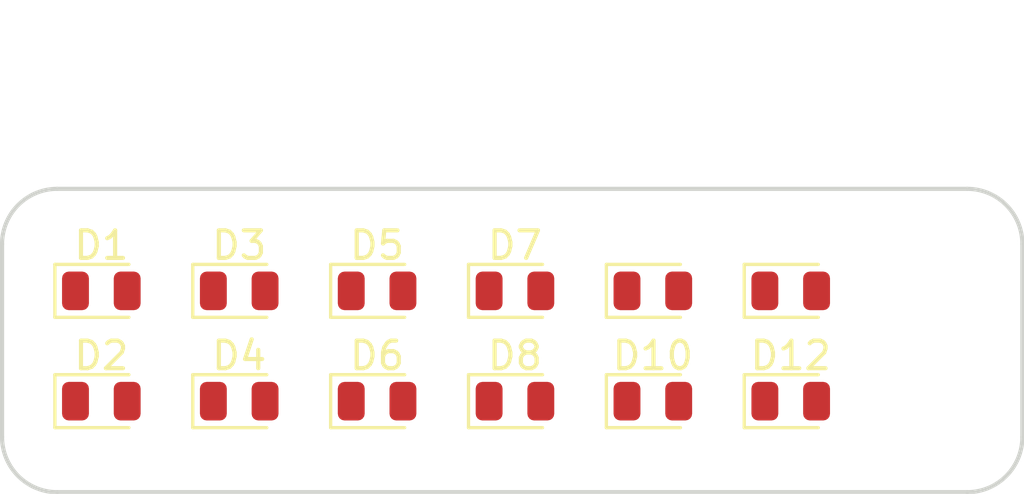
<source format=kicad_pcb>
(kicad_pcb (version 20171130) (host pcbnew "(5.0.0)")

  (general
    (thickness 1.6)
    (drawings 8)
    (tracks 0)
    (zones 0)
    (modules 12)
    (nets 5)
  )

  (page A4)
  (layers
    (0 F.Cu signal)
    (31 B.Cu signal)
    (32 B.Adhes user hide)
    (33 F.Adhes user hide)
    (34 B.Paste user hide)
    (35 F.Paste user hide)
    (36 B.SilkS user)
    (37 F.SilkS user)
    (38 B.Mask user)
    (39 F.Mask user)
    (40 Dwgs.User user)
    (41 Cmts.User user)
    (42 Eco1.User user)
    (43 Eco2.User user)
    (44 Edge.Cuts user)
    (45 Margin user)
    (46 B.CrtYd user)
    (47 F.CrtYd user)
    (48 B.Fab user)
    (49 F.Fab user)
  )

  (setup
    (last_trace_width 0.25)
    (trace_clearance 0.2)
    (zone_clearance 0.508)
    (zone_45_only no)
    (trace_min 0.2)
    (segment_width 0.2)
    (edge_width 0.15)
    (via_size 0.8)
    (via_drill 0.4)
    (via_min_size 0.4)
    (via_min_drill 0.3)
    (uvia_size 0.3)
    (uvia_drill 0.1)
    (uvias_allowed no)
    (uvia_min_size 0.2)
    (uvia_min_drill 0.1)
    (pcb_text_width 0.3)
    (pcb_text_size 1.5 1.5)
    (mod_edge_width 0.15)
    (mod_text_size 1 1)
    (mod_text_width 0.15)
    (pad_size 1.524 1.524)
    (pad_drill 0.762)
    (pad_to_mask_clearance 0.2)
    (aux_axis_origin 0 0)
    (grid_origin 152.4 110.3)
    (visible_elements 7FFFFFFF)
    (pcbplotparams
      (layerselection 0x010fc_ffffffff)
      (usegerberextensions false)
      (usegerberattributes false)
      (usegerberadvancedattributes false)
      (creategerberjobfile false)
      (excludeedgelayer true)
      (linewidth 0.100000)
      (plotframeref false)
      (viasonmask false)
      (mode 1)
      (useauxorigin false)
      (hpglpennumber 1)
      (hpglpenspeed 20)
      (hpglpendiameter 15.000000)
      (psnegative false)
      (psa4output false)
      (plotreference true)
      (plotvalue true)
      (plotinvisibletext false)
      (padsonsilk false)
      (subtractmaskfromsilk false)
      (outputformat 1)
      (mirror false)
      (drillshape 1)
      (scaleselection 1)
      (outputdirectory ""))
  )

  (net 0 "")
  (net 1 /IO1)
  (net 2 /IO2)
  (net 3 /IO3)
  (net 4 /IO4)

  (net_class Default "This is the default net class."
    (clearance 0.2)
    (trace_width 0.25)
    (via_dia 0.8)
    (via_drill 0.4)
    (uvia_dia 0.3)
    (uvia_drill 0.1)
    (add_net /IO1)
    (add_net /IO2)
    (add_net /IO3)
    (add_net /IO4)
  )

  (module LED_SMD:LED_0805_2012Metric (layer F.Cu) (tedit 5B5CEF9E) (tstamp 5B6931BE)
    (at 176 103)
    (descr "LED SMD 0805 (2012 Metric), square (rectangular) end terminal, IPC_7351 nominal, (Body size source: https://docs.google.com/spreadsheets/d/1BsfQQcO9C6DZCsRaXUlFlo91Tg2WpOkGARC1WS5S8t0/edit?usp=sharing), generated with kicad-footprint-generator")
    (tags diode)
    (path /5B5D1796)
    (attr smd)
    (fp_text reference D9 (at 0 -1.65) (layer F.SilkS) hide
      (effects (font (size 1 1) (thickness 0.15)))
    )
    (fp_text value LED (at 0 -3.7) (layer F.Fab) hide
      (effects (font (size 1 1) (thickness 0.15)))
    )
    (fp_line (start 1 -0.6) (end -0.7 -0.6) (layer F.Fab) (width 0.1))
    (fp_line (start -0.7 -0.6) (end -1 -0.3) (layer F.Fab) (width 0.1))
    (fp_line (start -1 -0.3) (end -1 0.6) (layer F.Fab) (width 0.1))
    (fp_line (start -1 0.6) (end 1 0.6) (layer F.Fab) (width 0.1))
    (fp_line (start 1 0.6) (end 1 -0.6) (layer F.Fab) (width 0.1))
    (fp_line (start 1 -0.96) (end -1.685 -0.96) (layer F.SilkS) (width 0.12))
    (fp_line (start -1.685 -0.96) (end -1.685 0.96) (layer F.SilkS) (width 0.12))
    (fp_line (start -1.685 0.96) (end 1 0.96) (layer F.SilkS) (width 0.12))
    (fp_line (start -1.68 0.95) (end -1.68 -0.95) (layer F.CrtYd) (width 0.05))
    (fp_line (start -1.68 -0.95) (end 1.68 -0.95) (layer F.CrtYd) (width 0.05))
    (fp_line (start 1.68 -0.95) (end 1.68 0.95) (layer F.CrtYd) (width 0.05))
    (fp_line (start 1.68 0.95) (end -1.68 0.95) (layer F.CrtYd) (width 0.05))
    (fp_text user %R (at 0 0) (layer F.Fab)
      (effects (font (size 0.5 0.5) (thickness 0.08)))
    )
    (pad 1 smd roundrect (at -0.9375 0) (size 0.975 1.4) (layers F.Cu F.Paste F.Mask) (roundrect_rratio 0.25)
      (net 3 /IO3))
    (pad 2 smd roundrect (at 0.9375 0) (size 0.975 1.4) (layers F.Cu F.Paste F.Mask) (roundrect_rratio 0.25)
      (net 1 /IO1))
    (model ${KISYS3DMOD}/LED_SMD.3dshapes/LED_0805_2012Metric.wrl
      (at (xyz 0 0 0))
      (scale (xyz 1 1 1))
      (rotate (xyz 0 0 0))
    )
  )

  (module LED_SMD:LED_0805_2012Metric (layer F.Cu) (tedit 5B5CEE3B) (tstamp 5B6931D1)
    (at 176 107)
    (descr "LED SMD 0805 (2012 Metric), square (rectangular) end terminal, IPC_7351 nominal, (Body size source: https://docs.google.com/spreadsheets/d/1BsfQQcO9C6DZCsRaXUlFlo91Tg2WpOkGARC1WS5S8t0/edit?usp=sharing), generated with kicad-footprint-generator")
    (tags diode)
    (path /5B5D17EA)
    (attr smd)
    (fp_text reference D10 (at 0 -1.65) (layer F.SilkS)
      (effects (font (size 1 1) (thickness 0.15)))
    )
    (fp_text value LED (at 0 1.65) (layer F.Fab)
      (effects (font (size 1 1) (thickness 0.15)))
    )
    (fp_text user %R (at 0 0) (layer F.Fab)
      (effects (font (size 0.5 0.5) (thickness 0.08)))
    )
    (fp_line (start 1.68 0.95) (end -1.68 0.95) (layer F.CrtYd) (width 0.05))
    (fp_line (start 1.68 -0.95) (end 1.68 0.95) (layer F.CrtYd) (width 0.05))
    (fp_line (start -1.68 -0.95) (end 1.68 -0.95) (layer F.CrtYd) (width 0.05))
    (fp_line (start -1.68 0.95) (end -1.68 -0.95) (layer F.CrtYd) (width 0.05))
    (fp_line (start -1.685 0.96) (end 1 0.96) (layer F.SilkS) (width 0.12))
    (fp_line (start -1.685 -0.96) (end -1.685 0.96) (layer F.SilkS) (width 0.12))
    (fp_line (start 1 -0.96) (end -1.685 -0.96) (layer F.SilkS) (width 0.12))
    (fp_line (start 1 0.6) (end 1 -0.6) (layer F.Fab) (width 0.1))
    (fp_line (start -1 0.6) (end 1 0.6) (layer F.Fab) (width 0.1))
    (fp_line (start -1 -0.3) (end -1 0.6) (layer F.Fab) (width 0.1))
    (fp_line (start -0.7 -0.6) (end -1 -0.3) (layer F.Fab) (width 0.1))
    (fp_line (start 1 -0.6) (end -0.7 -0.6) (layer F.Fab) (width 0.1))
    (pad 2 smd roundrect (at 0.9375 0) (size 0.975 1.4) (layers F.Cu F.Paste F.Mask) (roundrect_rratio 0.25)
      (net 3 /IO3))
    (pad 1 smd roundrect (at -0.9375 0) (size 0.975 1.4) (layers F.Cu F.Paste F.Mask) (roundrect_rratio 0.25)
      (net 1 /IO1))
    (model ${KISYS3DMOD}/LED_SMD.3dshapes/LED_0805_2012Metric.wrl
      (at (xyz 0 0 0))
      (scale (xyz 1 1 1))
      (rotate (xyz 0 0 0))
    )
  )

  (module LED_SMD:LED_0805_2012Metric (layer F.Cu) (tedit 5B5CEFAD) (tstamp 5B6931E4)
    (at 181 103)
    (descr "LED SMD 0805 (2012 Metric), square (rectangular) end terminal, IPC_7351 nominal, (Body size source: https://docs.google.com/spreadsheets/d/1BsfQQcO9C6DZCsRaXUlFlo91Tg2WpOkGARC1WS5S8t0/edit?usp=sharing), generated with kicad-footprint-generator")
    (tags diode)
    (path /5B5D1820)
    (attr smd)
    (fp_text reference D11 (at 0 -1.65) (layer F.SilkS) hide
      (effects (font (size 1 1) (thickness 0.15)))
    )
    (fp_text value LED (at 0 1.65) (layer F.Fab)
      (effects (font (size 1 1) (thickness 0.15)))
    )
    (fp_line (start 1 -0.6) (end -0.7 -0.6) (layer F.Fab) (width 0.1))
    (fp_line (start -0.7 -0.6) (end -1 -0.3) (layer F.Fab) (width 0.1))
    (fp_line (start -1 -0.3) (end -1 0.6) (layer F.Fab) (width 0.1))
    (fp_line (start -1 0.6) (end 1 0.6) (layer F.Fab) (width 0.1))
    (fp_line (start 1 0.6) (end 1 -0.6) (layer F.Fab) (width 0.1))
    (fp_line (start 1 -0.96) (end -1.685 -0.96) (layer F.SilkS) (width 0.12))
    (fp_line (start -1.685 -0.96) (end -1.685 0.96) (layer F.SilkS) (width 0.12))
    (fp_line (start -1.685 0.96) (end 1 0.96) (layer F.SilkS) (width 0.12))
    (fp_line (start -1.68 0.95) (end -1.68 -0.95) (layer F.CrtYd) (width 0.05))
    (fp_line (start -1.68 -0.95) (end 1.68 -0.95) (layer F.CrtYd) (width 0.05))
    (fp_line (start 1.68 -0.95) (end 1.68 0.95) (layer F.CrtYd) (width 0.05))
    (fp_line (start 1.68 0.95) (end -1.68 0.95) (layer F.CrtYd) (width 0.05))
    (fp_text user %R (at 0 0) (layer F.Fab)
      (effects (font (size 0.5 0.5) (thickness 0.08)))
    )
    (pad 1 smd roundrect (at -0.9375 0) (size 0.975 1.4) (layers F.Cu F.Paste F.Mask) (roundrect_rratio 0.25)
      (net 4 /IO4))
    (pad 2 smd roundrect (at 0.9375 0) (size 0.975 1.4) (layers F.Cu F.Paste F.Mask) (roundrect_rratio 0.25)
      (net 1 /IO1))
    (model ${KISYS3DMOD}/LED_SMD.3dshapes/LED_0805_2012Metric.wrl
      (at (xyz 0 0 0))
      (scale (xyz 1 1 1))
      (rotate (xyz 0 0 0))
    )
  )

  (module LED_SMD:LED_0805_2012Metric (layer F.Cu) (tedit 5B36C52C) (tstamp 5B6931F7)
    (at 181 107)
    (descr "LED SMD 0805 (2012 Metric), square (rectangular) end terminal, IPC_7351 nominal, (Body size source: https://docs.google.com/spreadsheets/d/1BsfQQcO9C6DZCsRaXUlFlo91Tg2WpOkGARC1WS5S8t0/edit?usp=sharing), generated with kicad-footprint-generator")
    (tags diode)
    (path /5B5D185E)
    (attr smd)
    (fp_text reference D12 (at 0 -1.65) (layer F.SilkS)
      (effects (font (size 1 1) (thickness 0.15)))
    )
    (fp_text value LED (at 0 1.65) (layer F.Fab)
      (effects (font (size 1 1) (thickness 0.15)))
    )
    (fp_text user %R (at 0 0) (layer F.Fab)
      (effects (font (size 0.5 0.5) (thickness 0.08)))
    )
    (fp_line (start 1.68 0.95) (end -1.68 0.95) (layer F.CrtYd) (width 0.05))
    (fp_line (start 1.68 -0.95) (end 1.68 0.95) (layer F.CrtYd) (width 0.05))
    (fp_line (start -1.68 -0.95) (end 1.68 -0.95) (layer F.CrtYd) (width 0.05))
    (fp_line (start -1.68 0.95) (end -1.68 -0.95) (layer F.CrtYd) (width 0.05))
    (fp_line (start -1.685 0.96) (end 1 0.96) (layer F.SilkS) (width 0.12))
    (fp_line (start -1.685 -0.96) (end -1.685 0.96) (layer F.SilkS) (width 0.12))
    (fp_line (start 1 -0.96) (end -1.685 -0.96) (layer F.SilkS) (width 0.12))
    (fp_line (start 1 0.6) (end 1 -0.6) (layer F.Fab) (width 0.1))
    (fp_line (start -1 0.6) (end 1 0.6) (layer F.Fab) (width 0.1))
    (fp_line (start -1 -0.3) (end -1 0.6) (layer F.Fab) (width 0.1))
    (fp_line (start -0.7 -0.6) (end -1 -0.3) (layer F.Fab) (width 0.1))
    (fp_line (start 1 -0.6) (end -0.7 -0.6) (layer F.Fab) (width 0.1))
    (pad 2 smd roundrect (at 0.9375 0) (size 0.975 1.4) (layers F.Cu F.Paste F.Mask) (roundrect_rratio 0.25)
      (net 4 /IO4))
    (pad 1 smd roundrect (at -0.9375 0) (size 0.975 1.4) (layers F.Cu F.Paste F.Mask) (roundrect_rratio 0.25)
      (net 1 /IO1))
    (model ${KISYS3DMOD}/LED_SMD.3dshapes/LED_0805_2012Metric.wrl
      (at (xyz 0 0 0))
      (scale (xyz 1 1 1))
      (rotate (xyz 0 0 0))
    )
  )

  (module LED_SMD:LED_0805_2012Metric (layer F.Cu) (tedit 5B36C52C) (tstamp 5B693318)
    (at 156 103)
    (descr "LED SMD 0805 (2012 Metric), square (rectangular) end terminal, IPC_7351 nominal, (Body size source: https://docs.google.com/spreadsheets/d/1BsfQQcO9C6DZCsRaXUlFlo91Tg2WpOkGARC1WS5S8t0/edit?usp=sharing), generated with kicad-footprint-generator")
    (tags diode)
    (path /5B5CE474)
    (attr smd)
    (fp_text reference D1 (at 0 -1.65) (layer F.SilkS)
      (effects (font (size 1 1) (thickness 0.15)))
    )
    (fp_text value LED (at 0 1.65) (layer F.Fab)
      (effects (font (size 1 1) (thickness 0.15)))
    )
    (fp_line (start 1 -0.6) (end -0.7 -0.6) (layer F.Fab) (width 0.1))
    (fp_line (start -0.7 -0.6) (end -1 -0.3) (layer F.Fab) (width 0.1))
    (fp_line (start -1 -0.3) (end -1 0.6) (layer F.Fab) (width 0.1))
    (fp_line (start -1 0.6) (end 1 0.6) (layer F.Fab) (width 0.1))
    (fp_line (start 1 0.6) (end 1 -0.6) (layer F.Fab) (width 0.1))
    (fp_line (start 1 -0.96) (end -1.685 -0.96) (layer F.SilkS) (width 0.12))
    (fp_line (start -1.685 -0.96) (end -1.685 0.96) (layer F.SilkS) (width 0.12))
    (fp_line (start -1.685 0.96) (end 1 0.96) (layer F.SilkS) (width 0.12))
    (fp_line (start -1.68 0.95) (end -1.68 -0.95) (layer F.CrtYd) (width 0.05))
    (fp_line (start -1.68 -0.95) (end 1.68 -0.95) (layer F.CrtYd) (width 0.05))
    (fp_line (start 1.68 -0.95) (end 1.68 0.95) (layer F.CrtYd) (width 0.05))
    (fp_line (start 1.68 0.95) (end -1.68 0.95) (layer F.CrtYd) (width 0.05))
    (fp_text user %R (at 0 0) (layer F.Fab)
      (effects (font (size 0.5 0.5) (thickness 0.08)))
    )
    (pad 1 smd roundrect (at -0.9375 0) (size 0.975 1.4) (layers F.Cu F.Paste F.Mask) (roundrect_rratio 0.25)
      (net 2 /IO2))
    (pad 2 smd roundrect (at 0.9375 0) (size 0.975 1.4) (layers F.Cu F.Paste F.Mask) (roundrect_rratio 0.25)
      (net 1 /IO1))
    (model ${KISYS3DMOD}/LED_SMD.3dshapes/LED_0805_2012Metric.wrl
      (at (xyz 0 0 0))
      (scale (xyz 1 1 1))
      (rotate (xyz 0 0 0))
    )
  )

  (module LED_SMD:LED_0805_2012Metric (layer F.Cu) (tedit 5B36C52C) (tstamp 5B69332A)
    (at 156 107)
    (descr "LED SMD 0805 (2012 Metric), square (rectangular) end terminal, IPC_7351 nominal, (Body size source: https://docs.google.com/spreadsheets/d/1BsfQQcO9C6DZCsRaXUlFlo91Tg2WpOkGARC1WS5S8t0/edit?usp=sharing), generated with kicad-footprint-generator")
    (tags diode)
    (path /5B5CE227)
    (attr smd)
    (fp_text reference D2 (at 0 -1.65) (layer F.SilkS)
      (effects (font (size 1 1) (thickness 0.15)))
    )
    (fp_text value LED (at 0 1.65) (layer F.Fab)
      (effects (font (size 1 1) (thickness 0.15)))
    )
    (fp_line (start 1 -0.6) (end -0.7 -0.6) (layer F.Fab) (width 0.1))
    (fp_line (start -0.7 -0.6) (end -1 -0.3) (layer F.Fab) (width 0.1))
    (fp_line (start -1 -0.3) (end -1 0.6) (layer F.Fab) (width 0.1))
    (fp_line (start -1 0.6) (end 1 0.6) (layer F.Fab) (width 0.1))
    (fp_line (start 1 0.6) (end 1 -0.6) (layer F.Fab) (width 0.1))
    (fp_line (start 1 -0.96) (end -1.685 -0.96) (layer F.SilkS) (width 0.12))
    (fp_line (start -1.685 -0.96) (end -1.685 0.96) (layer F.SilkS) (width 0.12))
    (fp_line (start -1.685 0.96) (end 1 0.96) (layer F.SilkS) (width 0.12))
    (fp_line (start -1.68 0.95) (end -1.68 -0.95) (layer F.CrtYd) (width 0.05))
    (fp_line (start -1.68 -0.95) (end 1.68 -0.95) (layer F.CrtYd) (width 0.05))
    (fp_line (start 1.68 -0.95) (end 1.68 0.95) (layer F.CrtYd) (width 0.05))
    (fp_line (start 1.68 0.95) (end -1.68 0.95) (layer F.CrtYd) (width 0.05))
    (fp_text user %R (at 0 0) (layer F.Fab)
      (effects (font (size 0.5 0.5) (thickness 0.08)))
    )
    (pad 1 smd roundrect (at -0.9375 0) (size 0.975 1.4) (layers F.Cu F.Paste F.Mask) (roundrect_rratio 0.25)
      (net 1 /IO1))
    (pad 2 smd roundrect (at 0.9375 0) (size 0.975 1.4) (layers F.Cu F.Paste F.Mask) (roundrect_rratio 0.25)
      (net 2 /IO2))
    (model ${KISYS3DMOD}/LED_SMD.3dshapes/LED_0805_2012Metric.wrl
      (at (xyz 0 0 0))
      (scale (xyz 1 1 1))
      (rotate (xyz 0 0 0))
    )
  )

  (module LED_SMD:LED_0805_2012Metric (layer F.Cu) (tedit 5B36C52C) (tstamp 5B69333C)
    (at 161 103)
    (descr "LED SMD 0805 (2012 Metric), square (rectangular) end terminal, IPC_7351 nominal, (Body size source: https://docs.google.com/spreadsheets/d/1BsfQQcO9C6DZCsRaXUlFlo91Tg2WpOkGARC1WS5S8t0/edit?usp=sharing), generated with kicad-footprint-generator")
    (tags diode)
    (path /5B5CE3AA)
    (attr smd)
    (fp_text reference D3 (at 0 -1.65) (layer F.SilkS)
      (effects (font (size 1 1) (thickness 0.15)))
    )
    (fp_text value LED (at 0 1.65) (layer F.Fab)
      (effects (font (size 1 1) (thickness 0.15)))
    )
    (fp_text user %R (at 0 0) (layer F.Fab)
      (effects (font (size 0.5 0.5) (thickness 0.08)))
    )
    (fp_line (start 1.68 0.95) (end -1.68 0.95) (layer F.CrtYd) (width 0.05))
    (fp_line (start 1.68 -0.95) (end 1.68 0.95) (layer F.CrtYd) (width 0.05))
    (fp_line (start -1.68 -0.95) (end 1.68 -0.95) (layer F.CrtYd) (width 0.05))
    (fp_line (start -1.68 0.95) (end -1.68 -0.95) (layer F.CrtYd) (width 0.05))
    (fp_line (start -1.685 0.96) (end 1 0.96) (layer F.SilkS) (width 0.12))
    (fp_line (start -1.685 -0.96) (end -1.685 0.96) (layer F.SilkS) (width 0.12))
    (fp_line (start 1 -0.96) (end -1.685 -0.96) (layer F.SilkS) (width 0.12))
    (fp_line (start 1 0.6) (end 1 -0.6) (layer F.Fab) (width 0.1))
    (fp_line (start -1 0.6) (end 1 0.6) (layer F.Fab) (width 0.1))
    (fp_line (start -1 -0.3) (end -1 0.6) (layer F.Fab) (width 0.1))
    (fp_line (start -0.7 -0.6) (end -1 -0.3) (layer F.Fab) (width 0.1))
    (fp_line (start 1 -0.6) (end -0.7 -0.6) (layer F.Fab) (width 0.1))
    (pad 2 smd roundrect (at 0.9375 0) (size 0.975 1.4) (layers F.Cu F.Paste F.Mask) (roundrect_rratio 0.25)
      (net 2 /IO2))
    (pad 1 smd roundrect (at -0.9375 0) (size 0.975 1.4) (layers F.Cu F.Paste F.Mask) (roundrect_rratio 0.25)
      (net 3 /IO3))
    (model ${KISYS3DMOD}/LED_SMD.3dshapes/LED_0805_2012Metric.wrl
      (at (xyz 0 0 0))
      (scale (xyz 1 1 1))
      (rotate (xyz 0 0 0))
    )
  )

  (module LED_SMD:LED_0805_2012Metric (layer F.Cu) (tedit 5B36C52C) (tstamp 5B69334E)
    (at 161 107)
    (descr "LED SMD 0805 (2012 Metric), square (rectangular) end terminal, IPC_7351 nominal, (Body size source: https://docs.google.com/spreadsheets/d/1BsfQQcO9C6DZCsRaXUlFlo91Tg2WpOkGARC1WS5S8t0/edit?usp=sharing), generated with kicad-footprint-generator")
    (tags diode)
    (path /5B5CE2DA)
    (attr smd)
    (fp_text reference D4 (at 0 -1.65) (layer F.SilkS)
      (effects (font (size 1 1) (thickness 0.15)))
    )
    (fp_text value LED (at 0 1.65) (layer F.Fab)
      (effects (font (size 1 1) (thickness 0.15)))
    )
    (fp_text user %R (at 0 0) (layer F.Fab)
      (effects (font (size 0.5 0.5) (thickness 0.08)))
    )
    (fp_line (start 1.68 0.95) (end -1.68 0.95) (layer F.CrtYd) (width 0.05))
    (fp_line (start 1.68 -0.95) (end 1.68 0.95) (layer F.CrtYd) (width 0.05))
    (fp_line (start -1.68 -0.95) (end 1.68 -0.95) (layer F.CrtYd) (width 0.05))
    (fp_line (start -1.68 0.95) (end -1.68 -0.95) (layer F.CrtYd) (width 0.05))
    (fp_line (start -1.685 0.96) (end 1 0.96) (layer F.SilkS) (width 0.12))
    (fp_line (start -1.685 -0.96) (end -1.685 0.96) (layer F.SilkS) (width 0.12))
    (fp_line (start 1 -0.96) (end -1.685 -0.96) (layer F.SilkS) (width 0.12))
    (fp_line (start 1 0.6) (end 1 -0.6) (layer F.Fab) (width 0.1))
    (fp_line (start -1 0.6) (end 1 0.6) (layer F.Fab) (width 0.1))
    (fp_line (start -1 -0.3) (end -1 0.6) (layer F.Fab) (width 0.1))
    (fp_line (start -0.7 -0.6) (end -1 -0.3) (layer F.Fab) (width 0.1))
    (fp_line (start 1 -0.6) (end -0.7 -0.6) (layer F.Fab) (width 0.1))
    (pad 2 smd roundrect (at 0.9375 0) (size 0.975 1.4) (layers F.Cu F.Paste F.Mask) (roundrect_rratio 0.25)
      (net 3 /IO3))
    (pad 1 smd roundrect (at -0.9375 0) (size 0.975 1.4) (layers F.Cu F.Paste F.Mask) (roundrect_rratio 0.25)
      (net 2 /IO2))
    (model ${KISYS3DMOD}/LED_SMD.3dshapes/LED_0805_2012Metric.wrl
      (at (xyz 0 0 0))
      (scale (xyz 1 1 1))
      (rotate (xyz 0 0 0))
    )
  )

  (module LED_SMD:LED_0805_2012Metric (layer F.Cu) (tedit 5B36C52C) (tstamp 5B693360)
    (at 166 103)
    (descr "LED SMD 0805 (2012 Metric), square (rectangular) end terminal, IPC_7351 nominal, (Body size source: https://docs.google.com/spreadsheets/d/1BsfQQcO9C6DZCsRaXUlFlo91Tg2WpOkGARC1WS5S8t0/edit?usp=sharing), generated with kicad-footprint-generator")
    (tags diode)
    (path /5B5CED04)
    (attr smd)
    (fp_text reference D5 (at 0 -1.65) (layer F.SilkS)
      (effects (font (size 1 1) (thickness 0.15)))
    )
    (fp_text value LED (at 0 1.65) (layer F.Fab)
      (effects (font (size 1 1) (thickness 0.15)))
    )
    (fp_line (start 1 -0.6) (end -0.7 -0.6) (layer F.Fab) (width 0.1))
    (fp_line (start -0.7 -0.6) (end -1 -0.3) (layer F.Fab) (width 0.1))
    (fp_line (start -1 -0.3) (end -1 0.6) (layer F.Fab) (width 0.1))
    (fp_line (start -1 0.6) (end 1 0.6) (layer F.Fab) (width 0.1))
    (fp_line (start 1 0.6) (end 1 -0.6) (layer F.Fab) (width 0.1))
    (fp_line (start 1 -0.96) (end -1.685 -0.96) (layer F.SilkS) (width 0.12))
    (fp_line (start -1.685 -0.96) (end -1.685 0.96) (layer F.SilkS) (width 0.12))
    (fp_line (start -1.685 0.96) (end 1 0.96) (layer F.SilkS) (width 0.12))
    (fp_line (start -1.68 0.95) (end -1.68 -0.95) (layer F.CrtYd) (width 0.05))
    (fp_line (start -1.68 -0.95) (end 1.68 -0.95) (layer F.CrtYd) (width 0.05))
    (fp_line (start 1.68 -0.95) (end 1.68 0.95) (layer F.CrtYd) (width 0.05))
    (fp_line (start 1.68 0.95) (end -1.68 0.95) (layer F.CrtYd) (width 0.05))
    (fp_text user %R (at 0 0) (layer F.Fab)
      (effects (font (size 0.5 0.5) (thickness 0.08)))
    )
    (pad 1 smd roundrect (at -0.9375 0) (size 0.975 1.4) (layers F.Cu F.Paste F.Mask) (roundrect_rratio 0.25)
      (net 4 /IO4))
    (pad 2 smd roundrect (at 0.9375 0) (size 0.975 1.4) (layers F.Cu F.Paste F.Mask) (roundrect_rratio 0.25)
      (net 3 /IO3))
    (model ${KISYS3DMOD}/LED_SMD.3dshapes/LED_0805_2012Metric.wrl
      (at (xyz 0 0 0))
      (scale (xyz 1 1 1))
      (rotate (xyz 0 0 0))
    )
  )

  (module LED_SMD:LED_0805_2012Metric (layer F.Cu) (tedit 5B36C52C) (tstamp 5B693372)
    (at 166 107)
    (descr "LED SMD 0805 (2012 Metric), square (rectangular) end terminal, IPC_7351 nominal, (Body size source: https://docs.google.com/spreadsheets/d/1BsfQQcO9C6DZCsRaXUlFlo91Tg2WpOkGARC1WS5S8t0/edit?usp=sharing), generated with kicad-footprint-generator")
    (tags diode)
    (path /5B5CECCF)
    (attr smd)
    (fp_text reference D6 (at 0 -1.65) (layer F.SilkS)
      (effects (font (size 1 1) (thickness 0.15)))
    )
    (fp_text value LED (at 0 1.65) (layer F.Fab)
      (effects (font (size 1 1) (thickness 0.15)))
    )
    (fp_text user %R (at 0 0) (layer F.Fab)
      (effects (font (size 0.5 0.5) (thickness 0.08)))
    )
    (fp_line (start 1.68 0.95) (end -1.68 0.95) (layer F.CrtYd) (width 0.05))
    (fp_line (start 1.68 -0.95) (end 1.68 0.95) (layer F.CrtYd) (width 0.05))
    (fp_line (start -1.68 -0.95) (end 1.68 -0.95) (layer F.CrtYd) (width 0.05))
    (fp_line (start -1.68 0.95) (end -1.68 -0.95) (layer F.CrtYd) (width 0.05))
    (fp_line (start -1.685 0.96) (end 1 0.96) (layer F.SilkS) (width 0.12))
    (fp_line (start -1.685 -0.96) (end -1.685 0.96) (layer F.SilkS) (width 0.12))
    (fp_line (start 1 -0.96) (end -1.685 -0.96) (layer F.SilkS) (width 0.12))
    (fp_line (start 1 0.6) (end 1 -0.6) (layer F.Fab) (width 0.1))
    (fp_line (start -1 0.6) (end 1 0.6) (layer F.Fab) (width 0.1))
    (fp_line (start -1 -0.3) (end -1 0.6) (layer F.Fab) (width 0.1))
    (fp_line (start -0.7 -0.6) (end -1 -0.3) (layer F.Fab) (width 0.1))
    (fp_line (start 1 -0.6) (end -0.7 -0.6) (layer F.Fab) (width 0.1))
    (pad 2 smd roundrect (at 0.9375 0) (size 0.975 1.4) (layers F.Cu F.Paste F.Mask) (roundrect_rratio 0.25)
      (net 4 /IO4))
    (pad 1 smd roundrect (at -0.9375 0) (size 0.975 1.4) (layers F.Cu F.Paste F.Mask) (roundrect_rratio 0.25)
      (net 3 /IO3))
    (model ${KISYS3DMOD}/LED_SMD.3dshapes/LED_0805_2012Metric.wrl
      (at (xyz 0 0 0))
      (scale (xyz 1 1 1))
      (rotate (xyz 0 0 0))
    )
  )

  (module LED_SMD:LED_0805_2012Metric (layer F.Cu) (tedit 5B5CEF13) (tstamp 5B693384)
    (at 171 103)
    (descr "LED SMD 0805 (2012 Metric), square (rectangular) end terminal, IPC_7351 nominal, (Body size source: https://docs.google.com/spreadsheets/d/1BsfQQcO9C6DZCsRaXUlFlo91Tg2WpOkGARC1WS5S8t0/edit?usp=sharing), generated with kicad-footprint-generator")
    (tags diode)
    (path /5B5CE374)
    (attr smd)
    (fp_text reference D7 (at 0 -1.65) (layer F.SilkS)
      (effects (font (size 1 1) (thickness 0.15)))
    )
    (fp_text value LED (at 0.4 -9.7) (layer F.Fab)
      (effects (font (size 1 1) (thickness 0.15)))
    )
    (fp_line (start 1 -0.6) (end -0.7 -0.6) (layer F.Fab) (width 0.1))
    (fp_line (start -0.7 -0.6) (end -1 -0.3) (layer F.Fab) (width 0.1))
    (fp_line (start -1 -0.3) (end -1 0.6) (layer F.Fab) (width 0.1))
    (fp_line (start -1 0.6) (end 1 0.6) (layer F.Fab) (width 0.1))
    (fp_line (start 1 0.6) (end 1 -0.6) (layer F.Fab) (width 0.1))
    (fp_line (start 1 -0.96) (end -1.685 -0.96) (layer F.SilkS) (width 0.12))
    (fp_line (start -1.685 -0.96) (end -1.685 0.96) (layer F.SilkS) (width 0.12))
    (fp_line (start -1.685 0.96) (end 1 0.96) (layer F.SilkS) (width 0.12))
    (fp_line (start -1.68 0.95) (end -1.68 -0.95) (layer F.CrtYd) (width 0.05))
    (fp_line (start -1.68 -0.95) (end 1.68 -0.95) (layer F.CrtYd) (width 0.05))
    (fp_line (start 1.68 -0.95) (end 1.68 0.95) (layer F.CrtYd) (width 0.05))
    (fp_line (start 1.68 0.95) (end -1.68 0.95) (layer F.CrtYd) (width 0.05))
    (fp_text user %R (at 0 0) (layer F.Fab)
      (effects (font (size 0.5 0.5) (thickness 0.08)))
    )
    (pad 1 smd roundrect (at -0.9375 0) (size 0.975 1.4) (layers F.Cu F.Paste F.Mask) (roundrect_rratio 0.25)
      (net 2 /IO2))
    (pad 2 smd roundrect (at 0.9375 0) (size 0.975 1.4) (layers F.Cu F.Paste F.Mask) (roundrect_rratio 0.25)
      (net 4 /IO4))
    (model ${KISYS3DMOD}/LED_SMD.3dshapes/LED_0805_2012Metric.wrl
      (at (xyz 0 0 0))
      (scale (xyz 1 1 1))
      (rotate (xyz 0 0 0))
    )
  )

  (module LED_SMD:LED_0805_2012Metric (layer F.Cu) (tedit 5B36C52C) (tstamp 5B693396)
    (at 171 107)
    (descr "LED SMD 0805 (2012 Metric), square (rectangular) end terminal, IPC_7351 nominal, (Body size source: https://docs.google.com/spreadsheets/d/1BsfQQcO9C6DZCsRaXUlFlo91Tg2WpOkGARC1WS5S8t0/edit?usp=sharing), generated with kicad-footprint-generator")
    (tags diode)
    (path /5B5D173F)
    (attr smd)
    (fp_text reference D8 (at 0 -1.65) (layer F.SilkS)
      (effects (font (size 1 1) (thickness 0.15)))
    )
    (fp_text value LED (at 0 1.65) (layer F.Fab)
      (effects (font (size 1 1) (thickness 0.15)))
    )
    (fp_text user %R (at 0 0) (layer F.Fab)
      (effects (font (size 0.5 0.5) (thickness 0.08)))
    )
    (fp_line (start 1.68 0.95) (end -1.68 0.95) (layer F.CrtYd) (width 0.05))
    (fp_line (start 1.68 -0.95) (end 1.68 0.95) (layer F.CrtYd) (width 0.05))
    (fp_line (start -1.68 -0.95) (end 1.68 -0.95) (layer F.CrtYd) (width 0.05))
    (fp_line (start -1.68 0.95) (end -1.68 -0.95) (layer F.CrtYd) (width 0.05))
    (fp_line (start -1.685 0.96) (end 1 0.96) (layer F.SilkS) (width 0.12))
    (fp_line (start -1.685 -0.96) (end -1.685 0.96) (layer F.SilkS) (width 0.12))
    (fp_line (start 1 -0.96) (end -1.685 -0.96) (layer F.SilkS) (width 0.12))
    (fp_line (start 1 0.6) (end 1 -0.6) (layer F.Fab) (width 0.1))
    (fp_line (start -1 0.6) (end 1 0.6) (layer F.Fab) (width 0.1))
    (fp_line (start -1 -0.3) (end -1 0.6) (layer F.Fab) (width 0.1))
    (fp_line (start -0.7 -0.6) (end -1 -0.3) (layer F.Fab) (width 0.1))
    (fp_line (start 1 -0.6) (end -0.7 -0.6) (layer F.Fab) (width 0.1))
    (pad 2 smd roundrect (at 0.9375 0) (size 0.975 1.4) (layers F.Cu F.Paste F.Mask) (roundrect_rratio 0.25)
      (net 2 /IO2))
    (pad 1 smd roundrect (at -0.9375 0) (size 0.975 1.4) (layers F.Cu F.Paste F.Mask) (roundrect_rratio 0.25)
      (net 4 /IO4))
    (model ${KISYS3DMOD}/LED_SMD.3dshapes/LED_0805_2012Metric.wrl
      (at (xyz 0 0 0))
      (scale (xyz 1 1 1))
      (rotate (xyz 0 0 0))
    )
  )

  (gr_line (start 152.4 101.3) (end 152.4 108.3) (layer Edge.Cuts) (width 0.15))
  (gr_arc (start 154.4 101.3) (end 154.4 99.3) (angle -90) (layer Edge.Cuts) (width 0.15))
  (gr_line (start 187.4 99.3) (end 154.4 99.3) (layer Edge.Cuts) (width 0.15))
  (gr_arc (start 187.4 101.3) (end 189.4 101.3) (angle -90) (layer Edge.Cuts) (width 0.15))
  (gr_line (start 189.4 108.3) (end 189.4 101.3) (layer Edge.Cuts) (width 0.15))
  (gr_arc (start 187.4 108.3) (end 187.4 110.3) (angle -90) (layer Edge.Cuts) (width 0.15))
  (gr_line (start 154.4 110.3) (end 187.4 110.3) (layer Edge.Cuts) (width 0.15))
  (gr_arc (start 154.4 108.3) (end 152.4 108.3) (angle -90) (layer Edge.Cuts) (width 0.15))

)

</source>
